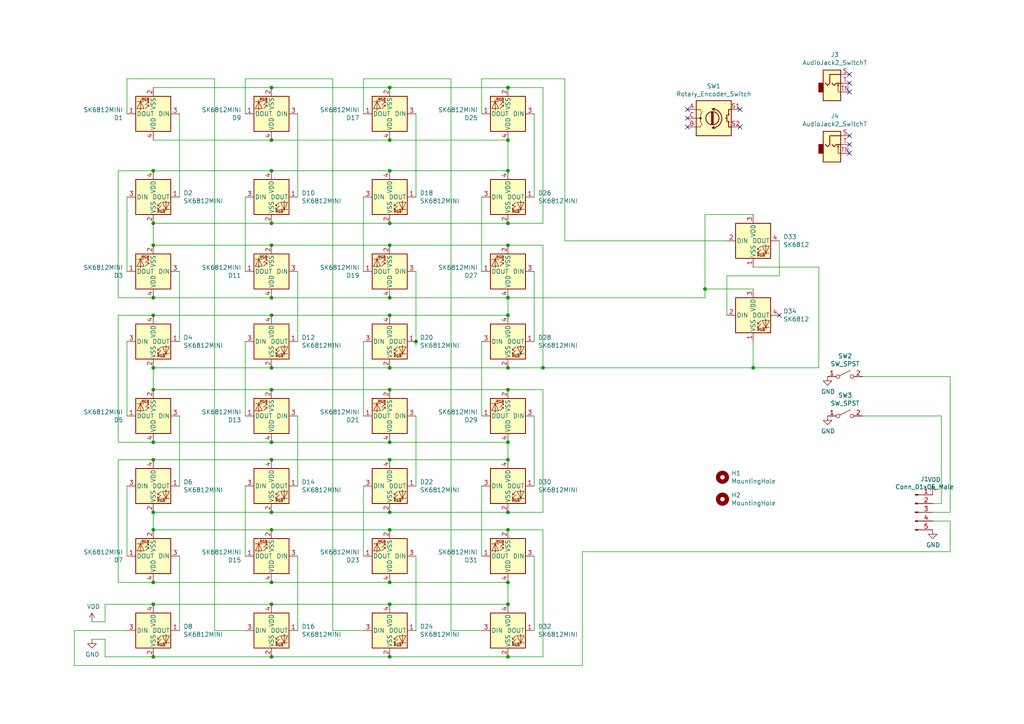
<source format=kicad_sch>
(kicad_sch (version 20230121) (generator eeschema)
  (paper "A4")
  (lib_symbols
    (symbol "LED:SK6812" (pin_names (offset 0.254))
      (property "Reference" "D" (at 5.08 5.715 0))
      (property "Value" "SK6812" (at 1.27 -5.715 0))
      (symbol "SK6812_0_0"
        (text "RGB" (at 2.286 -4.191 0) (effects (font (size 0.762 0.762))))
      )
      (symbol "SK6812_0_1"
        (polyline (pts (xy 1.27 -3.556) (xy 1.778 -3.556)))
        (polyline (pts (xy 1.27 -2.54) (xy 1.778 -2.54)))
        (polyline (pts (xy 4.699 -3.556) (xy 2.667 -3.556)))
        (polyline (pts (xy 2.286 -2.54) (xy 1.27 -3.556) (xy 1.27 -3.048)))
        (polyline (pts (xy 2.286 -1.524) (xy 1.27 -2.54) (xy 1.27 -2.032)))
        (polyline (pts (xy 3.683 -1.016) (xy 3.683 -3.556) (xy 3.683 -4.064)))
        (polyline (pts (xy 4.699 -1.524) (xy 2.667 -1.524) (xy 3.683 -3.556) (xy 4.699 -1.524)))
        (rectangle (start 5.08 5.08) (end -5.08 -5.08) (stroke (width 0.254)) (fill (type background)))
      )
      (symbol "SK6812_1_1"
        (pin power_in line (at 0 -7.62 90) (length 2.54) (name "VSS") (number "1"))
        (pin input line (at -7.62 0 0) (length 2.54) (name "DIN") (number "2"))
        (pin power_in line (at 0 7.62 270) (length 2.54) (name "VDD") (number "3"))
        (pin output line (at 7.62 0 180) (length 2.54) (name "DOUT") (number "4"))
      )
    )
    (symbol "LED:SK6812MINI" (pin_names (offset 0.254))
      (property "Reference" "D" (at 5.08 5.715 0))
      (property "Value" "SK6812MINI" (at 1.27 -5.715 0))
      (symbol "SK6812MINI_0_0"
        (text "RGB" (at 2.286 -4.191 0) (effects (font (size 0.762 0.762))))
      )
      (symbol "SK6812MINI_0_1"
        (polyline (pts (xy 1.27 -3.556) (xy 1.778 -3.556)))
        (polyline (pts (xy 1.27 -2.54) (xy 1.778 -2.54)))
        (polyline (pts (xy 4.699 -3.556) (xy 2.667 -3.556)))
        (polyline (pts (xy 2.286 -2.54) (xy 1.27 -3.556) (xy 1.27 -3.048)))
        (polyline (pts (xy 2.286 -1.524) (xy 1.27 -2.54) (xy 1.27 -2.032)))
        (polyline (pts (xy 3.683 -1.016) (xy 3.683 -3.556) (xy 3.683 -4.064)))
        (polyline (pts (xy 4.699 -1.524) (xy 2.667 -1.524) (xy 3.683 -3.556) (xy 4.699 -1.524)))
        (rectangle (start 5.08 5.08) (end -5.08 -5.08) (stroke (width 0.254)) (fill (type background)))
      )
      (symbol "SK6812MINI_1_1"
        (pin output line (at 7.62 0 180) (length 2.54) (name "DOUT") (number "1"))
        (pin power_in line (at 0 -7.62 90) (length 2.54) (name "VSS") (number "2"))
        (pin input line (at -7.62 0 0) (length 2.54) (name "DIN") (number "3"))
        (pin power_in line (at 0 7.62 270) (length 2.54) (name "VDD") (number "4"))
      )
    )
    (symbol "Mechanical:MountingHole" (pin_names (offset 1.016))
      (property "Reference" "H" (at 0 5.08 0))
      (property "Value" "MountingHole" (at 0 3.175 0))
      (symbol "MountingHole_0_1"
        (circle (center 0 0) (radius 1.27) (stroke (width 1.27)))
      )
    )
    (symbol "Switch:SW_SPST" (pin_names (offset 0) hide)
      (property "Reference" "SW" (at 0 3.175 0))
      (property "Value" "SW_SPST" (at 0 -2.54 0))
      (symbol "SW_SPST_0_0"
        (circle (center -2.032 0) (radius 0.508))
        (polyline (pts (xy -1.524 0.254) (xy 1.524 1.778)))
        (circle (center 2.032 0) (radius 0.508))
      )
      (symbol "SW_SPST_1_1"
        (pin passive line (at -5.08 0 0) (length 2.54) (name "A") (number "1"))
        (pin passive line (at 5.08 0 180) (length 2.54) (name "B") (number "2"))
      )
    )
    (symbol "nologic_front-rescue:AudioJack2_SwitchT-Connector"
      (property "Reference" "J" (at 0 8.89 0))
      (property "Value" "Connector_AudioJack2_SwitchT" (at 0 6.35 0))
      (symbol "AudioJack2_SwitchT-Connector_0_1"
        (rectangle (start -2.54 0) (end -3.81 -2.54) (stroke (width 0.254)) (fill (type outline)))
        (polyline (pts (xy 1.778 -0.254) (xy 2.032 -0.762)))
        (polyline (pts (xy 0 0) (xy 0.635 -0.635) (xy 1.27 0) (xy 2.54 0)) (stroke (width 0.254)))
        (polyline (pts (xy 2.54 -2.54) (xy 1.778 -2.54) (xy 1.778 -0.254) (xy 1.524 -0.762)))
        (polyline (pts (xy 2.54 2.54) (xy -0.635 2.54) (xy -0.635 0) (xy -1.27 -0.635) (xy -1.905 0)) (stroke (width 0.254)))
        (rectangle (start 2.54 3.81) (end -2.54 -5.08) (stroke (width 0.254)) (fill (type background)))
      )
      (symbol "AudioJack2_SwitchT-Connector_1_1"
        (pin passive line (at 5.08 2.54 180) (length 2.54) (name "~") (number "S"))
        (pin passive line (at 5.08 0 180) (length 2.54) (name "~") (number "T"))
        (pin passive line (at 5.08 -2.54 180) (length 2.54) (name "~") (number "TN"))
      )
    )
    (symbol "nologic_front-rescue:Conn_01x05_Male-Connector" (pin_names (offset 1.016) hide)
      (property "Reference" "J" (at 0 7.62 0))
      (property "Value" "Connector_Conn_01x05_Male" (at 0 -7.62 0))
      (symbol "Conn_01x05_Male-Connector_1_1"
        (polyline (pts (xy 1.27 -5.08) (xy 0.8636 -5.08)) (stroke (width 0.1524)))
        (polyline (pts (xy 1.27 -2.54) (xy 0.8636 -2.54)) (stroke (width 0.1524)))
        (polyline (pts (xy 1.27 0) (xy 0.8636 0)) (stroke (width 0.1524)))
        (polyline (pts (xy 1.27 2.54) (xy 0.8636 2.54)) (stroke (width 0.1524)))
        (polyline (pts (xy 1.27 5.08) (xy 0.8636 5.08)) (stroke (width 0.1524)))
        (rectangle (start 0.8636 -4.953) (end 0 -5.207) (stroke (width 0.1524)) (fill (type outline)))
        (rectangle (start 0.8636 -2.413) (end 0 -2.667) (stroke (width 0.1524)) (fill (type outline)))
        (rectangle (start 0.8636 0.127) (end 0 -0.127) (stroke (width 0.1524)) (fill (type outline)))
        (rectangle (start 0.8636 2.667) (end 0 2.413) (stroke (width 0.1524)) (fill (type outline)))
        (rectangle (start 0.8636 5.207) (end 0 4.953) (stroke (width 0.1524)) (fill (type outline)))
        (pin passive line (at 5.08 5.08 180) (length 3.81) (name "Pin_1") (number "1"))
        (pin passive line (at 5.08 2.54 180) (length 3.81) (name "Pin_2") (number "2"))
        (pin passive line (at 5.08 0 180) (length 3.81) (name "Pin_3") (number "3"))
        (pin passive line (at 5.08 -2.54 180) (length 3.81) (name "Pin_4") (number "4"))
        (pin passive line (at 5.08 -5.08 180) (length 3.81) (name "Pin_5") (number "5"))
      )
    )
    (symbol "nologic_front-rescue:Rotary_Encoder_Switch-Device" (pin_names (offset 0.254) hide)
      (property "Reference" "SW" (at 0 6.604 0))
      (property "Value" "Device_Rotary_Encoder_Switch" (at 0 -6.604 0))
      (symbol "Rotary_Encoder_Switch-Device_0_1"
        (rectangle (start -5.08 5.08) (end 5.08 -5.08) (stroke (width 0.254)) (fill (type background)))
        (circle (center -3.81 0) (radius 0.254) (fill (type outline)))
        (arc (start -0.381 -2.794) (mid 2.3376 -0.0635) (end -0.381 2.667) (stroke (width 0.254)))
        (circle (center -0.381 0) (radius 1.905) (stroke (width 0.254)))
        (polyline (pts (xy -0.635 -1.778) (xy -0.635 1.778)) (stroke (width 0.254)))
        (polyline (pts (xy -0.381 -1.778) (xy -0.381 1.778)) (stroke (width 0.254)))
        (polyline (pts (xy -0.127 1.778) (xy -0.127 -1.778)) (stroke (width 0.254)))
        (polyline (pts (xy 3.81 0) (xy 3.429 0)) (stroke (width 0.254)))
        (polyline (pts (xy 3.81 1.016) (xy 3.81 -1.016)) (stroke (width 0.254)))
        (polyline (pts (xy -5.08 -2.54) (xy -3.81 -2.54) (xy -3.81 -2.032)))
        (polyline (pts (xy -5.08 2.54) (xy -3.81 2.54) (xy -3.81 2.032)))
        (polyline (pts (xy 0.254 -3.048) (xy -0.508 -2.794) (xy 0.127 -2.413)) (stroke (width 0.254)))
        (polyline (pts (xy 0.254 2.921) (xy -0.508 2.667) (xy 0.127 2.286)) (stroke (width 0.254)))
        (polyline (pts (xy 5.08 -2.54) (xy 4.318 -2.54) (xy 4.318 -1.016)) (stroke (width 0.254)))
        (polyline (pts (xy 5.08 2.54) (xy 4.318 2.54) (xy 4.318 1.016)) (stroke (width 0.254)))
        (polyline (pts (xy -5.08 0) (xy -3.81 0) (xy -3.81 -1.016) (xy -3.302 -2.032)))
        (polyline (pts (xy -4.318 0) (xy -3.81 0) (xy -3.81 1.016) (xy -3.302 2.032)))
        (circle (center 4.318 -1.016) (radius 0.127) (stroke (width 0.254)))
        (circle (center 4.318 1.016) (radius 0.127) (stroke (width 0.254)))
      )
      (symbol "Rotary_Encoder_Switch-Device_1_1"
        (pin passive line (at -7.62 2.54 0) (length 2.54) (name "A") (number "A"))
        (pin passive line (at -7.62 -2.54 0) (length 2.54) (name "B") (number "B"))
        (pin passive line (at -7.62 0 0) (length 2.54) (name "C") (number "C"))
        (pin passive line (at 7.62 2.54 180) (length 2.54) (name "S1") (number "S1"))
        (pin passive line (at 7.62 -2.54 180) (length 2.54) (name "S2") (number "S2"))
      )
    )
    (symbol "power:GND" (power) (pin_names (offset 0))
      (property "Value" "GND" (at 0 -3.81 0))
      (symbol "GND_0_1"
        (polyline (pts (xy 0 0) (xy 0 -1.27) (xy 1.27 -1.27) (xy 0 -2.54) (xy -1.27 -1.27) (xy 0 -1.27)))
      )
      (symbol "GND_1_1"
        (pin power_in line (at 0 0 270) (length 0) hide (name "GND") (number "1"))
      )
    )
    (symbol "power:VDD" (power) (pin_names (offset 0))
      (property "Value" "VDD" (at 0 3.81 0))
      (symbol "VDD_0_1"
        (polyline (pts (xy -0.762 1.27) (xy 0 2.54)))
        (polyline (pts (xy 0 0) (xy 0 2.54)))
        (polyline (pts (xy 0 2.54) (xy 0.762 1.27)))
      )
      (symbol "VDD_1_1"
        (pin power_in line (at 0 0 90) (length 0) hide (name "VDD") (number "1"))
      )
    )
  )
  (junction (at 44.45 190.5))
  (junction (at 113.03 64.77))
  (junction (at 147.32 175.26))
  (junction (at 44.45 106.68))
  (junction (at 113.03 175.26))
  (junction (at 147.32 64.77))
  (junction (at 147.32 168.91))
  (junction (at 113.03 153.67))
  (junction (at 44.45 91.44))
  (junction (at 44.45 71.12))
  (junction (at 120.65 99.06))
  (junction (at 78.74 168.91))
  (junction (at 113.03 190.5))
  (junction (at 147.32 91.44))
  (junction (at 113.03 91.44))
  (junction (at 44.45 133.35))
  (junction (at 113.03 25.4))
  (junction (at 113.03 168.91))
  (junction (at 113.03 133.35))
  (junction (at 147.32 148.59))
  (junction (at 78.74 133.35))
  (junction (at 78.74 175.26))
  (junction (at 78.74 153.67))
  (junction (at 78.74 25.4))
  (junction (at 78.74 64.77))
  (junction (at 147.32 113.03))
  (junction (at 78.74 148.59))
  (junction (at 147.32 86.36))
  (junction (at 147.32 153.67))
  (junction (at 44.45 168.91))
  (junction (at 78.74 86.36))
  (junction (at 113.03 106.68))
  (junction (at 78.74 113.03))
  (junction (at 147.32 128.27))
  (junction (at 78.74 106.68))
  (junction (at 218.44 106.68))
  (junction (at 147.32 71.12))
  (junction (at 113.03 128.27))
  (junction (at 147.32 133.35))
  (junction (at 78.74 190.5))
  (junction (at 44.45 175.26))
  (junction (at 44.45 128.27))
  (junction (at 44.45 153.67))
  (junction (at 78.74 91.44))
  (junction (at 113.03 148.59))
  (junction (at 204.47 83.82))
  (junction (at 113.03 86.36))
  (junction (at 147.32 190.5))
  (junction (at 44.45 148.59))
  (junction (at 113.03 113.03))
  (junction (at 147.32 106.68))
  (junction (at 78.74 49.53))
  (junction (at 44.45 49.53))
  (junction (at 113.03 71.12))
  (junction (at 78.74 128.27))
  (junction (at 44.45 64.77))
  (junction (at 44.45 113.03))
  (junction (at 147.32 40.64))
  (junction (at 147.32 49.53))
  (junction (at 44.45 86.36))
  (junction (at 147.32 25.4))
  (junction (at 113.03 40.64))
  (junction (at 157.48 106.68))
  (junction (at 78.74 71.12))
  (junction (at 113.03 49.53))
  (junction (at 78.74 40.64))
  (no_connect (at 246.38 24.13))
  (no_connect (at 226.06 91.44))
  (no_connect (at 246.38 44.45))
  (no_connect (at 246.38 39.37))
  (no_connect (at 199.39 36.83))
  (no_connect (at 199.39 34.29))
  (no_connect (at 199.39 31.75))
  (no_connect (at 246.38 41.91))
  (no_connect (at 246.38 21.59))
  (no_connect (at 214.63 36.83))
  (no_connect (at 246.38 26.67))
  (no_connect (at 214.63 31.75))
  (wire (pts (xy 44.45 175.26) (xy 78.74 175.26)))
  (wire (pts (xy 218.44 106.68) (xy 237.49 106.68)))
  (wire (pts (xy 78.74 175.26) (xy 113.03 175.26)))
  (wire (pts (xy 36.83 78.74) (xy 36.83 57.15)))
  (wire (pts (xy 44.45 168.91) (xy 34.29 168.91)))
  (wire (pts (xy 273.05 120.65) (xy 273.05 146.05)))
  (wire (pts (xy 44.45 86.36) (xy 34.29 86.36)))
  (wire (pts (xy 78.74 86.36) (xy 44.45 86.36)))
  (wire (pts (xy 147.32 128.27) (xy 113.03 128.27)))
  (wire (pts (xy 147.32 25.4) (xy 113.03 25.4)))
  (wire (pts (xy 157.48 148.59) (xy 157.48 113.03)))
  (wire (pts (xy 113.03 128.27) (xy 78.74 128.27)))
  (wire (pts (xy 26.67 180.34) (xy 30.48 180.34)))
  (wire (pts (xy 163.83 69.85) (xy 210.82 69.85)))
  (wire (pts (xy 147.32 190.5) (xy 157.48 190.5)))
  (wire (pts (xy 113.03 106.68) (xy 147.32 106.68)))
  (wire (pts (xy 120.65 140.97) (xy 120.65 120.65)))
  (wire (pts (xy 78.74 133.35) (xy 113.03 133.35)))
  (wire (pts (xy 26.67 185.42) (xy 30.48 185.42)))
  (wire (pts (xy 113.03 71.12) (xy 78.74 71.12)))
  (wire (pts (xy 105.41 161.29) (xy 105.41 140.97)))
  (wire (pts (xy 44.45 91.44) (xy 78.74 91.44)))
  (wire (pts (xy 120.65 99.06) (xy 120.65 78.74)))
  (wire (pts (xy 147.32 133.35) (xy 147.32 128.27)))
  (wire (pts (xy 157.48 190.5) (xy 157.48 153.67)))
  (wire (pts (xy 36.83 33.02) (xy 36.83 22.86)))
  (wire (pts (xy 36.83 161.29) (xy 36.83 140.97)))
  (wire (pts (xy 34.29 91.44) (xy 44.45 91.44)))
  (wire (pts (xy 44.45 49.53) (xy 78.74 49.53)))
  (wire (pts (xy 139.7 120.65) (xy 139.7 99.06)))
  (wire (pts (xy 78.74 25.4) (xy 44.45 25.4)))
  (wire (pts (xy 78.74 40.64) (xy 44.45 40.64)))
  (wire (pts (xy 78.74 128.27) (xy 44.45 128.27)))
  (wire (pts (xy 113.03 91.44) (xy 147.32 91.44)))
  (wire (pts (xy 21.59 193.04) (xy 168.91 193.04)))
  (wire (pts (xy 71.12 78.74) (xy 71.12 57.15)))
  (wire (pts (xy 78.74 49.53) (xy 113.03 49.53)))
  (wire (pts (xy 226.06 80.01) (xy 210.82 80.01)))
  (wire (pts (xy 30.48 175.26) (xy 44.45 175.26)))
  (wire (pts (xy 147.32 190.5) (xy 113.03 190.5)))
  (wire (pts (xy 147.32 40.64) (xy 113.03 40.64)))
  (wire (pts (xy 154.94 57.15) (xy 154.94 33.02)))
  (wire (pts (xy 130.81 182.88) (xy 139.7 182.88)))
  (wire (pts (xy 44.45 148.59) (xy 78.74 148.59)))
  (wire (pts (xy 218.44 106.68) (xy 218.44 99.06)))
  (wire (pts (xy 44.45 153.67) (xy 44.45 148.59)))
  (wire (pts (xy 168.91 193.04) (xy 168.91 160.02)))
  (wire (pts (xy 113.03 148.59) (xy 147.32 148.59)))
  (wire (pts (xy 44.45 113.03) (xy 44.45 106.68)))
  (wire (pts (xy 226.06 69.85) (xy 226.06 80.01)))
  (wire (pts (xy 113.03 168.91) (xy 78.74 168.91)))
  (wire (pts (xy 86.36 182.88) (xy 86.36 161.29)))
  (wire (pts (xy 36.83 120.65) (xy 36.83 99.06)))
  (wire (pts (xy 113.03 49.53) (xy 147.32 49.53)))
  (wire (pts (xy 105.41 120.65) (xy 105.41 99.06)))
  (wire (pts (xy 113.03 40.64) (xy 78.74 40.64)))
  (wire (pts (xy 204.47 62.23) (xy 218.44 62.23)))
  (wire (pts (xy 86.36 57.15) (xy 86.36 33.02)))
  (wire (pts (xy 30.48 185.42) (xy 30.48 190.5)))
  (wire (pts (xy 157.48 64.77) (xy 157.48 25.4)))
  (wire (pts (xy 113.03 25.4) (xy 78.74 25.4)))
  (wire (pts (xy 120.65 100.33) (xy 120.65 99.06)))
  (wire (pts (xy 210.82 80.01) (xy 210.82 91.44)))
  (wire (pts (xy 113.03 64.77) (xy 147.32 64.77)))
  (wire (pts (xy 78.74 148.59) (xy 113.03 148.59)))
  (wire (pts (xy 34.29 133.35) (xy 44.45 133.35)))
  (wire (pts (xy 275.59 109.22) (xy 275.59 148.59)))
  (wire (pts (xy 113.03 86.36) (xy 78.74 86.36)))
  (wire (pts (xy 78.74 190.5) (xy 113.03 190.5)))
  (wire (pts (xy 250.19 109.22) (xy 275.59 109.22)))
  (wire (pts (xy 147.32 168.91) (xy 113.03 168.91)))
  (wire (pts (xy 52.07 99.06) (xy 52.07 78.74)))
  (wire (pts (xy 147.32 148.59) (xy 157.48 148.59)))
  (wire (pts (xy 78.74 168.91) (xy 44.45 168.91)))
  (wire (pts (xy 157.48 113.03) (xy 147.32 113.03)))
  (wire (pts (xy 157.48 25.4) (xy 147.32 25.4)))
  (wire (pts (xy 71.12 161.29) (xy 71.12 140.97)))
  (wire (pts (xy 275.59 151.13) (xy 270.51 151.13)))
  (wire (pts (xy 237.49 77.47) (xy 218.44 77.47)))
  (wire (pts (xy 154.94 182.88) (xy 154.94 161.29)))
  (wire (pts (xy 154.94 99.06) (xy 154.94 78.74)))
  (wire (pts (xy 163.83 22.86) (xy 163.83 69.85)))
  (wire (pts (xy 86.36 140.97) (xy 86.36 120.65)))
  (wire (pts (xy 34.29 168.91) (xy 34.29 133.35)))
  (wire (pts (xy 105.41 22.86) (xy 130.81 22.86)))
  (wire (pts (xy 78.74 64.77) (xy 113.03 64.77)))
  (wire (pts (xy 168.91 160.02) (xy 275.59 160.02)))
  (wire (pts (xy 36.83 22.86) (xy 62.23 22.86)))
  (wire (pts (xy 147.32 86.36) (xy 113.03 86.36)))
  (wire (pts (xy 139.7 161.29) (xy 139.7 140.97)))
  (wire (pts (xy 52.07 140.97) (xy 52.07 120.65)))
  (wire (pts (xy 113.03 133.35) (xy 147.32 133.35)))
  (wire (pts (xy 105.41 33.02) (xy 105.41 22.86)))
  (wire (pts (xy 62.23 182.88) (xy 71.12 182.88)))
  (wire (pts (xy 147.32 86.36) (xy 147.32 91.44)))
  (wire (pts (xy 120.65 182.88) (xy 120.65 161.29)))
  (wire (pts (xy 105.41 78.74) (xy 105.41 57.15)))
  (wire (pts (xy 71.12 33.02) (xy 71.12 22.86)))
  (wire (pts (xy 78.74 106.68) (xy 113.03 106.68)))
  (wire (pts (xy 147.32 153.67) (xy 113.03 153.67)))
  (wire (pts (xy 120.65 57.15) (xy 120.65 33.02)))
  (wire (pts (xy 78.74 113.03) (xy 44.45 113.03)))
  (wire (pts (xy 44.45 133.35) (xy 78.74 133.35)))
  (wire (pts (xy 273.05 146.05) (xy 270.51 146.05)))
  (wire (pts (xy 147.32 113.03) (xy 113.03 113.03)))
  (wire (pts (xy 78.74 153.67) (xy 44.45 153.67)))
  (wire (pts (xy 157.48 106.68) (xy 218.44 106.68)))
  (wire (pts (xy 275.59 160.02) (xy 275.59 151.13)))
  (wire (pts (xy 71.12 120.65) (xy 71.12 99.06)))
  (wire (pts (xy 78.74 71.12) (xy 44.45 71.12)))
  (wire (pts (xy 139.7 22.86) (xy 163.83 22.86)))
  (wire (pts (xy 44.45 190.5) (xy 78.74 190.5)))
  (wire (pts (xy 139.7 78.74) (xy 139.7 57.15)))
  (wire (pts (xy 52.07 57.15) (xy 52.07 33.02)))
  (wire (pts (xy 147.32 86.36) (xy 204.47 86.36)))
  (wire (pts (xy 113.03 153.67) (xy 78.74 153.67)))
  (wire (pts (xy 147.32 64.77) (xy 157.48 64.77)))
  (wire (pts (xy 34.29 128.27) (xy 34.29 91.44)))
  (wire (pts (xy 44.45 106.68) (xy 78.74 106.68)))
  (wire (pts (xy 86.36 99.06) (xy 86.36 78.74)))
  (wire (pts (xy 204.47 83.82) (xy 204.47 62.23)))
  (wire (pts (xy 157.48 153.67) (xy 147.32 153.67)))
  (wire (pts (xy 275.59 148.59) (xy 270.51 148.59)))
  (wire (pts (xy 34.29 49.53) (xy 44.45 49.53)))
  (wire (pts (xy 147.32 71.12) (xy 113.03 71.12)))
  (wire (pts (xy 96.52 22.86) (xy 96.52 182.88)))
  (wire (pts (xy 147.32 175.26) (xy 147.32 168.91)))
  (wire (pts (xy 204.47 83.82) (xy 218.44 83.82)))
  (wire (pts (xy 113.03 175.26) (xy 147.32 175.26)))
  (wire (pts (xy 30.48 190.5) (xy 44.45 190.5)))
  (wire (pts (xy 62.23 22.86) (xy 62.23 182.88)))
  (wire (pts (xy 44.45 64.77) (xy 78.74 64.77)))
  (wire (pts (xy 237.49 106.68) (xy 237.49 77.47)))
  (wire (pts (xy 113.03 113.03) (xy 78.74 113.03)))
  (wire (pts (xy 157.48 106.68) (xy 157.48 71.12)))
  (wire (pts (xy 52.07 161.29) (xy 52.07 182.88)))
  (wire (pts (xy 34.29 86.36) (xy 34.29 49.53)))
  (wire (pts (xy 78.74 91.44) (xy 113.03 91.44)))
  (wire (pts (xy 204.47 86.36) (xy 204.47 83.82)))
  (wire (pts (xy 147.32 106.68) (xy 157.48 106.68)))
  (wire (pts (xy 250.19 120.65) (xy 273.05 120.65)))
  (wire (pts (xy 21.59 182.88) (xy 36.83 182.88)))
  (wire (pts (xy 71.12 22.86) (xy 96.52 22.86)))
  (wire (pts (xy 96.52 182.88) (xy 105.41 182.88)))
  (wire (pts (xy 30.48 180.34) (xy 30.48 175.26)))
  (wire (pts (xy 44.45 71.12) (xy 44.45 64.77)))
  (wire (pts (xy 44.45 128.27) (xy 34.29 128.27)))
  (wire (pts (xy 130.81 22.86) (xy 130.81 182.88)))
  (wire (pts (xy 147.32 49.53) (xy 147.32 40.64)))
  (wire (pts (xy 157.48 71.12) (xy 147.32 71.12)))
  (wire (pts (xy 21.59 182.88) (xy 21.59 193.04)))
  (wire (pts (xy 139.7 33.02) (xy 139.7 22.86)))
  (wire (pts (xy 154.94 140.97) (xy 154.94 120.65)))
  (symbol (lib_id "Switch:SW_SPST") (at 245.11 109.22 0) (unit 1)
    (property "Reference" "SW2" (at 245.11 103.251 0))
    (property "Value" "SW_SPST" (at 245.11 105.5624 0))
    (property "Footprint" "Keebio-Parts:Kailh-PG1350-1u-NoLED" (effects hide))
  )
  (symbol (lib_id "Switch:SW_SPST") (at 245.11 120.65 0) (unit 1)
    (property "Reference" "SW3" (at 245.11 114.681 0))
    (property "Value" "SW_SPST" (at 245.11 116.9924 0))
    (property "Footprint" "Keebio-Parts:Kailh-PG1350-1u-NoLED" (effects hide))
  )
  (symbol (lib_id "nologic_front-rescue:Rotary_Encoder_Switch-Device") (at 207.01 34.29 0) (unit 1)
    (property "Reference" "SW1" (at 207.01 24.9682 0))
    (property "Value" "Rotary_Encoder_Switch" (at 207.01 27.2796 0))
    (property "Footprint" "chillpizza:Rotary_Encoder_Switched_PEC11R_top" (effects hide))
  )
  (symbol (lib_id "nologic_front-rescue:AudioJack2_SwitchT-Connector") (at 241.3 24.13 0) (unit 1)
    (property "Reference" "J3" (at 242.1128 15.875 0))
    (property "Value" "AudioJack2_SwitchT" (at 242.1128 18.1864 0))
    (property "Footprint" "chillpizza:Jack_3.5mm_QingPu_WQP-PJ3410_Vertical_Top" (effects hide))
  )
  (symbol (lib_id "nologic_front-rescue:AudioJack2_SwitchT-Connector") (at 241.3 41.91 0) (unit 1)
    (property "Reference" "J4" (at 242.1128 33.655 0))
    (property "Value" "AudioJack2_SwitchT" (at 242.1128 35.9664 0))
    (property "Footprint" "chillpizza:Jack_3.5mm_QingPu_WQP-PJ3410_Vertical_Top" (effects hide))
  )
  (symbol (lib_id "LED:SK6812MINI") (at 147.32 78.74 180) (unit 1)
    (property "Reference" "D27" (at 138.5824 79.9084 0) (effects (justify left)))
    (property "Value" "SK6812MINI" (at 138.5824 77.597 0) (effects (justify left)))
    (property "Footprint" "chillpizza:LED_SK6812MINI_PLCC4_3.5x3.5mm_P1.75mm_flush" (effects hide))
    (property "Datasheet" "https://cdn-shop.adafruit.com/product-files/2686/SK6812MINI_REV.01-1-2.pdf" (effects hide))
  )
  (symbol (lib_id "LED:SK6812MINI") (at 113.03 78.74 180) (unit 1)
    (property "Reference" "D19" (at 104.2924 79.9084 0) (effects (justify left)))
    (property "Value" "SK6812MINI" (at 104.2924 77.597 0) (effects (justify left)))
    (property "Footprint" "chillpizza:LED_SK6812MINI_PLCC4_3.5x3.5mm_P1.75mm_flush" (effects hide))
    (property "Datasheet" "https://cdn-shop.adafruit.com/product-files/2686/SK6812MINI_REV.01-1-2.pdf" (effects hide))
  )
  (symbol (lib_id "LED:SK6812MINI") (at 78.74 78.74 180) (unit 1)
    (property "Reference" "D11" (at 70.0024 79.9084 0) (effects (justify left)))
    (property "Value" "SK6812MINI" (at 70.0024 77.597 0) (effects (justify left)))
    (property "Footprint" "chillpizza:LED_SK6812MINI_PLCC4_3.5x3.5mm_P1.75mm_flush" (effects hide))
    (property "Datasheet" "https://cdn-shop.adafruit.com/product-files/2686/SK6812MINI_REV.01-1-2.pdf" (effects hide))
  )
  (symbol (lib_id "LED:SK6812MINI") (at 44.45 78.74 180) (unit 1)
    (property "Reference" "D3" (at 35.7124 79.9084 0) (effects (justify left)))
    (property "Value" "SK6812MINI" (at 35.7124 77.597 0) (effects (justify left)))
    (property "Footprint" "chillpizza:LED_SK6812MINI_PLCC4_3.5x3.5mm_P1.75mm_flush" (effects hide))
    (property "Datasheet" "https://cdn-shop.adafruit.com/product-files/2686/SK6812MINI_REV.01-1-2.pdf" (effects hide))
  )
  (symbol (lib_id "LED:SK6812MINI") (at 44.45 99.06 0) (unit 1)
    (property "Reference" "D4" (at 53.1876 97.8916 0) (effects (justify left)))
    (property "Value" "SK6812MINI" (at 53.1876 100.203 0) (effects (justify left)))
    (property "Footprint" "chillpizza:LED_SK6812MINI_PLCC4_3.5x3.5mm_P1.75mm_flush" (effects hide))
    (property "Datasheet" "https://cdn-shop.adafruit.com/product-files/2686/SK6812MINI_REV.01-1-2.pdf" (effects hide))
  )
  (symbol (lib_id "LED:SK6812MINI") (at 78.74 99.06 0) (unit 1)
    (property "Reference" "D12" (at 87.4776 97.8916 0) (effects (justify left)))
    (property "Value" "SK6812MINI" (at 87.4776 100.203 0) (effects (justify left)))
    (property "Footprint" "chillpizza:LED_SK6812MINI_PLCC4_3.5x3.5mm_P1.75mm_flush" (effects hide))
    (property "Datasheet" "https://cdn-shop.adafruit.com/product-files/2686/SK6812MINI_REV.01-1-2.pdf" (effects hide))
  )
  (symbol (lib_id "LED:SK6812MINI") (at 113.03 99.06 0) (unit 1)
    (property "Reference" "D20" (at 121.7676 97.8916 0) (effects (justify left)))
    (property "Value" "SK6812MINI" (at 121.7676 100.203 0) (effects (justify left)))
    (property "Footprint" "chillpizza:LED_SK6812MINI_PLCC4_3.5x3.5mm_P1.75mm_flush" (effects hide))
    (property "Datasheet" "https://cdn-shop.adafruit.com/product-files/2686/SK6812MINI_REV.01-1-2.pdf" (effects hide))
  )
  (symbol (lib_id "LED:SK6812MINI") (at 147.32 99.06 0) (unit 1)
    (property "Reference" "D28" (at 156.0576 97.8916 0) (effects (justify left)))
    (property "Value" "SK6812MINI" (at 156.0576 100.203 0) (effects (justify left)))
    (property "Footprint" "chillpizza:LED_SK6812MINI_PLCC4_3.5x3.5mm_P1.75mm_flush" (effects hide))
    (property "Datasheet" "https://cdn-shop.adafruit.com/product-files/2686/SK6812MINI_REV.01-1-2.pdf" (effects hide))
  )
  (symbol (lib_id "LED:SK6812MINI") (at 147.32 33.02 180) (unit 1)
    (property "Reference" "D25" (at 138.5824 34.1884 0) (effects (justify left)))
    (property "Value" "SK6812MINI" (at 138.5824 31.877 0) (effects (justify left)))
    (property "Footprint" "chillpizza:LED_SK6812MINI_PLCC4_3.5x3.5mm_P1.75mm_flush" (effects hide))
    (property "Datasheet" "https://cdn-shop.adafruit.com/product-files/2686/SK6812MINI_REV.01-1-2.pdf" (effects hide))
  )
  (symbol (lib_id "LED:SK6812MINI") (at 113.03 33.02 180) (unit 1)
    (property "Reference" "D17" (at 104.2924 34.1884 0) (effects (justify left)))
    (property "Value" "SK6812MINI" (at 104.2924 31.877 0) (effects (justify left)))
    (property "Footprint" "chillpizza:LED_SK6812MINI_PLCC4_3.5x3.5mm_P1.75mm_flush" (effects hide))
    (property "Datasheet" "https://cdn-shop.adafruit.com/product-files/2686/SK6812MINI_REV.01-1-2.pdf" (effects hide))
  )
  (symbol (lib_id "LED:SK6812MINI") (at 78.74 33.02 180) (unit 1)
    (property "Reference" "D9" (at 70.0024 34.1884 0) (effects (justify left)))
    (property "Value" "SK6812MINI" (at 70.0024 31.877 0) (effects (justify left)))
    (property "Footprint" "chillpizza:LED_SK6812MINI_PLCC4_3.5x3.5mm_P1.75mm_flush" (effects hide))
    (property "Datasheet" "https://cdn-shop.adafruit.com/product-files/2686/SK6812MINI_REV.01-1-2.pdf" (effects hide))
  )
  (symbol (lib_id "LED:SK6812MINI") (at 44.45 33.02 180) (unit 1)
    (property "Reference" "D1" (at 35.7124 34.1884 0) (effects (justify left)))
    (property "Value" "SK6812MINI" (at 35.7124 31.877 0) (effects (justify left)))
    (property "Footprint" "chillpizza:LED_SK6812MINI_PLCC4_3.5x3.5mm_P1.75mm_flush" (effects hide))
    (property "Datasheet" "https://cdn-shop.adafruit.com/product-files/2686/SK6812MINI_REV.01-1-2.pdf" (effects hide))
  )
  (symbol (lib_id "LED:SK6812MINI") (at 44.45 57.15 0) (unit 1)
    (property "Reference" "D2" (at 53.1876 55.9816 0) (effects (justify left)))
    (property "Value" "SK6812MINI" (at 53.1876 58.293 0) (effects (justify left)))
    (property "Footprint" "chillpizza:LED_SK6812MINI_PLCC4_3.5x3.5mm_P1.75mm_flush" (effects hide))
    (property "Datasheet" "https://cdn-shop.adafruit.com/product-files/2686/SK6812MINI_REV.01-1-2.pdf" (effects hide))
  )
  (symbol (lib_id "LED:SK6812MINI") (at 78.74 57.15 0) (unit 1)
    (property "Reference" "D10" (at 87.4776 55.9816 0) (effects (justify left)))
    (property "Value" "SK6812MINI" (at 87.4776 58.293 0) (effects (justify left)))
    (property "Footprint" "chillpizza:LED_SK6812MINI_PLCC4_3.5x3.5mm_P1.75mm_flush" (effects hide))
    (property "Datasheet" "https://cdn-shop.adafruit.com/product-files/2686/SK6812MINI_REV.01-1-2.pdf" (effects hide))
  )
  (symbol (lib_id "LED:SK6812MINI") (at 113.03 57.15 0) (unit 1)
    (property "Reference" "D18" (at 121.7676 55.9816 0) (effects (justify left)))
    (property "Value" "SK6812MINI" (at 121.7676 58.293 0) (effects (justify left)))
    (property "Footprint" "chillpizza:LED_SK6812MINI_PLCC4_3.5x3.5mm_P1.75mm_flush" (effects hide))
    (property "Datasheet" "https://cdn-shop.adafruit.com/product-files/2686/SK6812MINI_REV.01-1-2.pdf" (effects hide))
  )
  (symbol (lib_id "LED:SK6812MINI") (at 147.32 57.15 0) (unit 1)
    (property "Reference" "D26" (at 156.0576 55.9816 0) (effects (justify left)))
    (property "Value" "SK6812MINI" (at 156.0576 58.293 0) (effects (justify left)))
    (property "Footprint" "chillpizza:LED_SK6812MINI_PLCC4_3.5x3.5mm_P1.75mm_flush" (effects hide))
    (property "Datasheet" "https://cdn-shop.adafruit.com/product-files/2686/SK6812MINI_REV.01-1-2.pdf" (effects hide))
  )
  (symbol (lib_id "LED:SK6812MINI") (at 147.32 161.29 180) (unit 1)
    (property "Reference" "D31" (at 138.5824 162.4584 0) (effects (justify left)))
    (property "Value" "SK6812MINI" (at 138.5824 160.147 0) (effects (justify left)))
    (property "Footprint" "chillpizza:LED_SK6812MINI_PLCC4_3.5x3.5mm_P1.75mm_flush" (effects hide))
    (property "Datasheet" "https://cdn-shop.adafruit.com/product-files/2686/SK6812MINI_REV.01-1-2.pdf" (effects hide))
  )
  (symbol (lib_id "LED:SK6812MINI") (at 113.03 161.29 180) (unit 1)
    (property "Reference" "D23" (at 104.2924 162.4584 0) (effects (justify left)))
    (property "Value" "SK6812MINI" (at 104.2924 160.147 0) (effects (justify left)))
    (property "Footprint" "chillpizza:LED_SK6812MINI_PLCC4_3.5x3.5mm_P1.75mm_flush" (effects hide))
    (property "Datasheet" "https://cdn-shop.adafruit.com/product-files/2686/SK6812MINI_REV.01-1-2.pdf" (effects hide))
  )
  (symbol (lib_id "LED:SK6812MINI") (at 78.74 161.29 180) (unit 1)
    (property "Reference" "D15" (at 70.0024 162.4584 0) (effects (justify left)))
    (property "Value" "SK6812MINI" (at 70.0024 160.147 0) (effects (justify left)))
    (property "Footprint" "chillpizza:LED_SK6812MINI_PLCC4_3.5x3.5mm_P1.75mm_flush" (effects hide))
    (property "Datasheet" "https://cdn-shop.adafruit.com/product-files/2686/SK6812MINI_REV.01-1-2.pdf" (effects hide))
  )
  (symbol (lib_id "LED:SK6812MINI") (at 44.45 161.29 180) (unit 1)
    (property "Reference" "D7" (at 35.7124 162.4584 0) (effects (justify left)))
    (property "Value" "SK6812MINI" (at 35.7124 160.147 0) (effects (justify left)))
    (property "Footprint" "chillpizza:LED_SK6812MINI_PLCC4_3.5x3.5mm_P1.75mm_flush" (effects hide))
    (property "Datasheet" "https://cdn-shop.adafruit.com/product-files/2686/SK6812MINI_REV.01-1-2.pdf" (effects hide))
  )
  (symbol (lib_id "LED:SK6812MINI") (at 44.45 182.88 0) (unit 1)
    (property "Reference" "D8" (at 53.1876 181.7116 0) (effects (justify left)))
    (property "Value" "SK6812MINI" (at 53.1876 184.023 0) (effects (justify left)))
    (property "Footprint" "chillpizza:LED_SK6812MINI_PLCC4_3.5x3.5mm_P1.75mm_flush" (effects hide))
    (property "Datasheet" "https://cdn-shop.adafruit.com/product-files/2686/SK6812MINI_REV.01-1-2.pdf" (effects hide))
  )
  (symbol (lib_id "LED:SK6812MINI") (at 78.74 182.88 0) (unit 1)
    (property "Reference" "D16" (at 87.4776 181.7116 0) (effects (justify left)))
    (property "Value" "SK6812MINI" (at 87.4776 184.023 0) (effects (justify left)))
    (property "Footprint" "chillpizza:LED_SK6812MINI_PLCC4_3.5x3.5mm_P1.75mm_flush" (effects hide))
    (property "Datasheet" "https://cdn-shop.adafruit.com/product-files/2686/SK6812MINI_REV.01-1-2.pdf" (effects hide))
  )
  (symbol (lib_id "LED:SK6812MINI") (at 113.03 182.88 0) (unit 1)
    (property "Reference" "D24" (at 121.7676 181.7116 0) (effects (justify left)))
    (property "Value" "SK6812MINI" (at 121.7676 184.023 0) (effects (justify left)))
    (property "Footprint" "chillpizza:LED_SK6812MINI_PLCC4_3.5x3.5mm_P1.75mm_flush" (effects hide))
    (property "Datasheet" "https://cdn-shop.adafruit.com/product-files/2686/SK6812MINI_REV.01-1-2.pdf" (effects hide))
  )
  (symbol (lib_id "LED:SK6812MINI") (at 147.32 182.88 0) (unit 1)
    (property "Reference" "D32" (at 156.0576 181.7116 0) (effects (justify left)))
    (property "Value" "SK6812MINI" (at 156.0576 184.023 0) (effects (justify left)))
    (property "Footprint" "chillpizza:LED_SK6812MINI_PLCC4_3.5x3.5mm_P1.75mm_flush" (effects hide))
    (property "Datasheet" "https://cdn-shop.adafruit.com/product-files/2686/SK6812MINI_REV.01-1-2.pdf" (effects hide))
  )
  (symbol (lib_id "LED:SK6812MINI") (at 147.32 120.65 180) (unit 1)
    (property "Reference" "D29" (at 138.5824 121.8184 0) (effects (justify left)))
    (property "Value" "SK6812MINI" (at 138.5824 119.507 0) (effects (justify left)))
    (property "Footprint" "chillpizza:LED_SK6812MINI_PLCC4_3.5x3.5mm_P1.75mm_flush" (effects hide))
    (property "Datasheet" "https://cdn-shop.adafruit.com/product-files/2686/SK6812MINI_REV.01-1-2.pdf" (effects hide))
  )
  (symbol (lib_id "LED:SK6812MINI") (at 113.03 120.65 180) (unit 1)
    (property "Reference" "D21" (at 104.2924 121.8184 0) (effects (justify left)))
    (property "Value" "SK6812MINI" (at 104.2924 119.507 0) (effects (justify left)))
    (property "Footprint" "chillpizza:LED_SK6812MINI_PLCC4_3.5x3.5mm_P1.75mm_flush" (effects hide))
    (property "Datasheet" "https://cdn-shop.adafruit.com/product-files/2686/SK6812MINI_REV.01-1-2.pdf" (effects hide))
  )
  (symbol (lib_id "LED:SK6812MINI") (at 78.74 120.65 180) (unit 1)
    (property "Reference" "D13" (at 70.0024 121.8184 0) (effects (justify left)))
    (property "Value" "SK6812MINI" (at 70.0024 119.507 0) (effects (justify left)))
    (property "Footprint" "chillpizza:LED_SK6812MINI_PLCC4_3.5x3.5mm_P1.75mm_flush" (effects hide))
    (property "Datasheet" "https://cdn-shop.adafruit.com/product-files/2686/SK6812MINI_REV.01-1-2.pdf" (effects hide))
  )
  (symbol (lib_id "LED:SK6812MINI") (at 44.45 120.65 180) (unit 1)
    (property "Reference" "D5" (at 35.7124 121.8184 0) (effects (justify left)))
    (property "Value" "SK6812MINI" (at 35.7124 119.507 0) (effects (justify left)))
    (property "Footprint" "chillpizza:LED_SK6812MINI_PLCC4_3.5x3.5mm_P1.75mm_flush" (effects hide))
    (property "Datasheet" "https://cdn-shop.adafruit.com/product-files/2686/SK6812MINI_REV.01-1-2.pdf" (effects hide))
  )
  (symbol (lib_id "LED:SK6812MINI") (at 44.45 140.97 0) (unit 1)
    (property "Reference" "D6" (at 53.1876 139.8016 0) (effects (justify left)))
    (property "Value" "SK6812MINI" (at 53.1876 142.113 0) (effects (justify left)))
    (property "Footprint" "chillpizza:LED_SK6812MINI_PLCC4_3.5x3.5mm_P1.75mm_flush" (effects hide))
    (property "Datasheet" "https://cdn-shop.adafruit.com/product-files/2686/SK6812MINI_REV.01-1-2.pdf" (effects hide))
  )
  (symbol (lib_id "LED:SK6812MINI") (at 78.74 140.97 0) (unit 1)
    (property "Reference" "D14" (at 87.4776 139.8016 0) (effects (justify left)))
    (property "Value" "SK6812MINI" (at 87.4776 142.113 0) (effects (justify left)))
    (property "Footprint" "chillpizza:LED_SK6812MINI_PLCC4_3.5x3.5mm_P1.75mm_flush" (effects hide))
    (property "Datasheet" "https://cdn-shop.adafruit.com/product-files/2686/SK6812MINI_REV.01-1-2.pdf" (effects hide))
  )
  (symbol (lib_id "LED:SK6812MINI") (at 113.03 140.97 0) (unit 1)
    (property "Reference" "D22" (at 121.7676 139.8016 0) (effects (justify left)))
    (property "Value" "SK6812MINI" (at 121.7676 142.113 0) (effects (justify left)))
    (property "Footprint" "chillpizza:LED_SK6812MINI_PLCC4_3.5x3.5mm_P1.75mm_flush" (effects hide))
    (property "Datasheet" "https://cdn-shop.adafruit.com/product-files/2686/SK6812MINI_REV.01-1-2.pdf" (effects hide))
  )
  (symbol (lib_id "LED:SK6812MINI") (at 147.32 140.97 0) (unit 1)
    (property "Reference" "D30" (at 156.0576 139.8016 0) (effects (justify left)))
    (property "Value" "SK6812MINI" (at 156.0576 142.113 0) (effects (justify left)))
    (property "Footprint" "chillpizza:LED_SK6812MINI_PLCC4_3.5x3.5mm_P1.75mm_flush" (effects hide))
    (property "Datasheet" "https://cdn-shop.adafruit.com/product-files/2686/SK6812MINI_REV.01-1-2.pdf" (effects hide))
  )
  (symbol (lib_id "LED:SK6812") (at 218.44 69.85 0) (unit 1)
    (property "Reference" "D33" (at 227.1776 68.6816 0) (effects (justify left)))
    (property "Value" "SK6812" (at 227.1776 70.993 0) (effects (justify left)))
    (property "Footprint" "Keebio-Parts:SK6812-MINI-E" (effects hide))
    (property "Datasheet" "https://cdn-shop.adafruit.com/product-files/1138/SK6812+LED+datasheet+.pdf" (effects hide))
  )
  (symbol (lib_id "LED:SK6812") (at 218.44 91.44 0) (unit 1)
    (property "Reference" "D34" (at 227.1776 90.2716 0) (effects (justify left)))
    (property "Value" "SK6812" (at 227.1776 92.583 0) (effects (justify left)))
    (property "Footprint" "Keebio-Parts:SK6812-MINI-E" (effects hide))
    (property "Datasheet" "https://cdn-shop.adafruit.com/product-files/1138/SK6812+LED+datasheet+.pdf" (effects hide))
  )
  (symbol (lib_id "Mechanical:MountingHole") (at 209.55 138.43 0) (unit 1)
    (property "Reference" "H1" (at 212.09 137.2616 0) (effects (justify left)))
    (property "Value" "MountingHole" (at 212.09 139.573 0) (effects (justify left)))
    (property "Footprint" "drill_holes:M3_Slot" (effects hide))
  )
  (symbol (lib_id "Mechanical:MountingHole") (at 209.55 144.78 0) (unit 1)
    (property "Reference" "H2" (at 212.09 143.6116 0) (effects (justify left)))
    (property "Value" "MountingHole" (at 212.09 145.923 0) (effects (justify left)))
    (property "Footprint" "drill_holes:M3_Slot" (effects hide))
  )
  (symbol (lib_id "nologic_front-rescue:Conn_01x05_Male-Connector") (at 265.43 148.59 0) (unit 1)
    (property "Reference" "J1" (at 268.1732 138.9126 0))
    (property "Value" "Conn_01x05_Male" (at 268.1732 141.224 0))
    (property "Footprint" "Connector_PinSocket_2.54mm:PinSocket_1x05_P2.54mm_Vertical_SMD_Pin1Left" (effects hide))
  )
  (symbol (lib_id "power:GND") (at 270.51 153.67 0) (unit 1)
    (property "Reference" "#PWR0101" (effects hide))
    (property "Value" "GND" (at 270.637 158.0642 0))
  )
  (symbol (lib_id "power:GND") (at 240.03 120.65 0) (unit 1)
    (property "Reference" "#PWR0102" (effects hide))
    (property "Value" "GND" (at 240.157 125.0442 0))
  )
  (symbol (lib_id "power:GND") (at 240.03 109.22 0) (unit 1)
    (property "Reference" "#PWR0103" (effects hide))
    (property "Value" "GND" (at 240.157 113.6142 0))
  )
  (symbol (lib_id "power:VDD") (at 26.67 180.34 0) (unit 1)
    (property "Reference" "#PWR0104" (effects hide))
    (property "Value" "VDD" (at 27.1018 175.9458 0))
  )
  (symbol (lib_id "power:GND") (at 26.67 185.42 0) (unit 1)
    (property "Reference" "#PWR0105" (effects hide))
    (property "Value" "GND" (at 26.797 189.8142 0))
  )
  (symbol (lib_id "power:VDD") (at 270.51 143.51 0) (unit 1)
    (property "Reference" "#PWR0106" (effects hide))
    (property "Value" "VDD" (at 270.9418 139.1158 0))
  )
)
</source>
